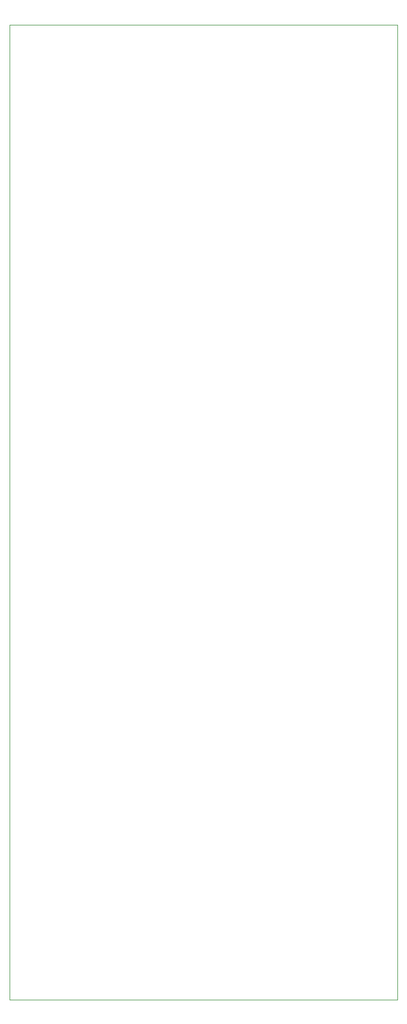
<source format=gbr>
%TF.GenerationSoftware,KiCad,Pcbnew,8.0.7*%
%TF.CreationDate,2025-01-14T17:00:07-05:00*%
%TF.ProjectId,IO Board,494f2042-6f61-4726-942e-6b696361645f,rev?*%
%TF.SameCoordinates,Original*%
%TF.FileFunction,Profile,NP*%
%FSLAX46Y46*%
G04 Gerber Fmt 4.6, Leading zero omitted, Abs format (unit mm)*
G04 Created by KiCad (PCBNEW 8.0.7) date 2025-01-14 17:00:07*
%MOMM*%
%LPD*%
G01*
G04 APERTURE LIST*
%TA.AperFunction,Profile*%
%ADD10C,0.050000*%
%TD*%
G04 APERTURE END LIST*
D10*
X72964000Y-15748000D02*
X131064000Y-15748000D01*
X131064000Y-161948000D01*
X72964000Y-161948000D01*
X72964000Y-15748000D01*
M02*

</source>
